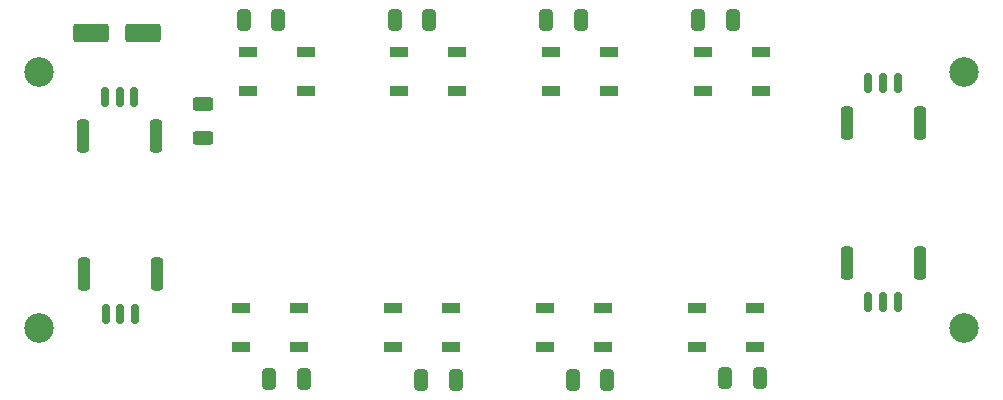
<source format=gbr>
%TF.GenerationSoftware,KiCad,Pcbnew,7.0.9*%
%TF.CreationDate,2024-09-08T14:45:42+10:00*%
%TF.ProjectId,RGB LED Mounting Board,52474220-4c45-4442-904d-6f756e74696e,rev?*%
%TF.SameCoordinates,Original*%
%TF.FileFunction,Soldermask,Top*%
%TF.FilePolarity,Negative*%
%FSLAX46Y46*%
G04 Gerber Fmt 4.6, Leading zero omitted, Abs format (unit mm)*
G04 Created by KiCad (PCBNEW 7.0.9) date 2024-09-08 14:45:42*
%MOMM*%
%LPD*%
G01*
G04 APERTURE LIST*
G04 Aperture macros list*
%AMRoundRect*
0 Rectangle with rounded corners*
0 $1 Rounding radius*
0 $2 $3 $4 $5 $6 $7 $8 $9 X,Y pos of 4 corners*
0 Add a 4 corners polygon primitive as box body*
4,1,4,$2,$3,$4,$5,$6,$7,$8,$9,$2,$3,0*
0 Add four circle primitives for the rounded corners*
1,1,$1+$1,$2,$3*
1,1,$1+$1,$4,$5*
1,1,$1+$1,$6,$7*
1,1,$1+$1,$8,$9*
0 Add four rect primitives between the rounded corners*
20,1,$1+$1,$2,$3,$4,$5,0*
20,1,$1+$1,$4,$5,$6,$7,0*
20,1,$1+$1,$6,$7,$8,$9,0*
20,1,$1+$1,$8,$9,$2,$3,0*%
G04 Aperture macros list end*
%ADD10RoundRect,0.250000X0.325000X0.650000X-0.325000X0.650000X-0.325000X-0.650000X0.325000X-0.650000X0*%
%ADD11RoundRect,0.250000X-0.325000X-0.650000X0.325000X-0.650000X0.325000X0.650000X-0.325000X0.650000X0*%
%ADD12RoundRect,0.250000X-0.625000X0.312500X-0.625000X-0.312500X0.625000X-0.312500X0.625000X0.312500X0*%
%ADD13R,1.500000X0.900000*%
%ADD14RoundRect,0.250000X-1.250000X-0.550000X1.250000X-0.550000X1.250000X0.550000X-1.250000X0.550000X0*%
%ADD15C,2.500000*%
%ADD16RoundRect,0.150000X-0.150000X-0.700000X0.150000X-0.700000X0.150000X0.700000X-0.150000X0.700000X0*%
%ADD17RoundRect,0.250000X-0.250000X-1.150000X0.250000X-1.150000X0.250000X1.150000X-0.250000X1.150000X0*%
%ADD18RoundRect,0.150000X0.150000X0.700000X-0.150000X0.700000X-0.150000X-0.700000X0.150000X-0.700000X0*%
%ADD19RoundRect,0.250000X0.250000X1.150000X-0.250000X1.150000X-0.250000X-1.150000X0.250000X-1.150000X0*%
G04 APERTURE END LIST*
D10*
%TO.C,C8*%
X137800000Y-51050000D03*
X134850000Y-51050000D03*
%TD*%
%TO.C,C7*%
X150675000Y-51100000D03*
X147725000Y-51100000D03*
%TD*%
%TO.C,C6*%
X163500000Y-51075000D03*
X160550000Y-51075000D03*
%TD*%
%TO.C,C5*%
X176400000Y-50925000D03*
X173450000Y-50925000D03*
%TD*%
D11*
%TO.C,C4*%
X171175000Y-20600000D03*
X174125000Y-20600000D03*
%TD*%
%TO.C,C3*%
X158312500Y-20625000D03*
X161262500Y-20625000D03*
%TD*%
%TO.C,C2*%
X145487500Y-20600000D03*
X148437500Y-20600000D03*
%TD*%
%TO.C,C1*%
X132700000Y-20600000D03*
X135650000Y-20600000D03*
%TD*%
D12*
%TO.C,R1*%
X129275000Y-27712500D03*
X129275000Y-30637500D03*
%TD*%
D13*
%TO.C,D8*%
X132500000Y-45050000D03*
X132500000Y-48350000D03*
X137400000Y-48350000D03*
X137400000Y-45050000D03*
%TD*%
%TO.C,D5*%
X171100000Y-45050000D03*
X171100000Y-48350000D03*
X176000000Y-48350000D03*
X176000000Y-45050000D03*
%TD*%
D14*
%TO.C,C9*%
X119750000Y-21700000D03*
X124150000Y-21700000D03*
%TD*%
D15*
%TO.C,REF\u002A\u002A*%
X115350000Y-46750000D03*
%TD*%
D16*
%TO.C,J4*%
X121025000Y-45525000D03*
X122275000Y-45525000D03*
X123525000Y-45525000D03*
D17*
X119175000Y-42175000D03*
X125375000Y-42175000D03*
%TD*%
D18*
%TO.C,J2*%
X188100000Y-25975000D03*
X186850000Y-25975000D03*
X185600000Y-25975000D03*
D19*
X189950000Y-29325000D03*
X183750000Y-29325000D03*
%TD*%
D13*
%TO.C,D2*%
X150800000Y-26650000D03*
X150800000Y-23350000D03*
X145900000Y-23350000D03*
X145900000Y-26650000D03*
%TD*%
D15*
%TO.C,REF\u002A\u002A*%
X115375000Y-25000000D03*
%TD*%
%TO.C,REF\u002A\u002A*%
X193700000Y-46750000D03*
%TD*%
D16*
%TO.C,J3*%
X185600000Y-44525000D03*
X186850000Y-44525000D03*
X188100000Y-44525000D03*
D17*
X183750000Y-41175000D03*
X189950000Y-41175000D03*
%TD*%
D15*
%TO.C,REF\u002A\u002A*%
X193725000Y-25000000D03*
%TD*%
D13*
%TO.C,D7*%
X145350000Y-45050000D03*
X145350000Y-48350000D03*
X150250000Y-48350000D03*
X150250000Y-45050000D03*
%TD*%
%TO.C,D1*%
X137950000Y-26650000D03*
X137950000Y-23350000D03*
X133050000Y-23350000D03*
X133050000Y-26650000D03*
%TD*%
%TO.C,D3*%
X163625000Y-26650000D03*
X163625000Y-23350000D03*
X158725000Y-23350000D03*
X158725000Y-26650000D03*
%TD*%
%TO.C,D4*%
X176500000Y-26650000D03*
X176500000Y-23350000D03*
X171600000Y-23350000D03*
X171600000Y-26650000D03*
%TD*%
%TO.C,D6*%
X158225000Y-45050000D03*
X158225000Y-48350000D03*
X163125000Y-48350000D03*
X163125000Y-45050000D03*
%TD*%
D18*
%TO.C,J1*%
X123450000Y-27125000D03*
X122200000Y-27125000D03*
X120950000Y-27125000D03*
D19*
X125300000Y-30475000D03*
X119100000Y-30475000D03*
%TD*%
M02*

</source>
